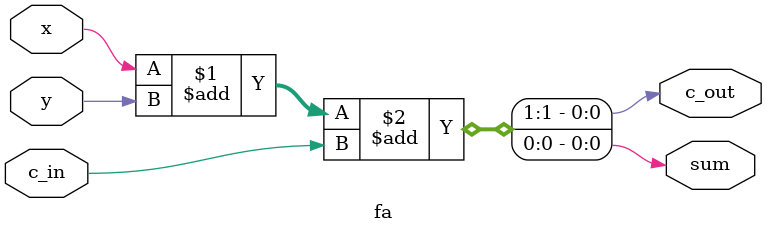
<source format=v>
module ha(sum,c_out,x,y);  //half adder
   input x,y;
   output sum,c_out;
   assign {c_out,sum}=x+y;
endmodule // ha



module fa(sum,c_out,c_in,x,y);  //full adder
   input x,y,c_in;
   output sum,c_out;
   assign {c_out,sum}=x+y+c_in;
endmodule //fa
</source>
